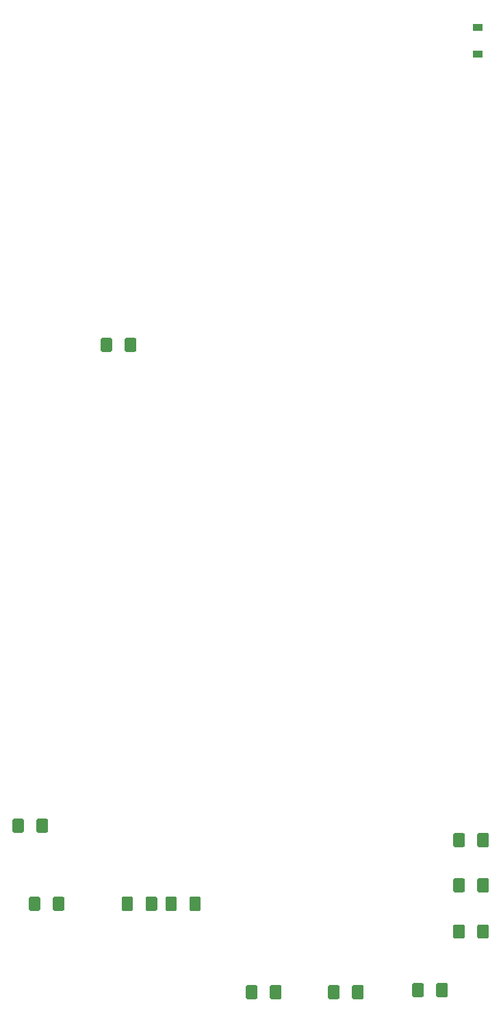
<source format=gbr>
G04 #@! TF.GenerationSoftware,KiCad,Pcbnew,5.1.5+dfsg1-2build2*
G04 #@! TF.CreationDate,2022-01-23T15:03:56-05:00*
G04 #@! TF.ProjectId,8bit_computer,38626974-5f63-46f6-9d70-757465722e6b,rev?*
G04 #@! TF.SameCoordinates,Original*
G04 #@! TF.FileFunction,Paste,Top*
G04 #@! TF.FilePolarity,Positive*
%FSLAX46Y46*%
G04 Gerber Fmt 4.6, Leading zero omitted, Abs format (unit mm)*
G04 Created by KiCad (PCBNEW 5.1.5+dfsg1-2build2) date 2022-01-23 15:03:56*
%MOMM*%
%LPD*%
G04 APERTURE LIST*
%ADD10R,1.200000X0.900000*%
%ADD11C,0.100000*%
G04 APERTURE END LIST*
D10*
X172504100Y-36995100D03*
X172504100Y-33695100D03*
D11*
G36*
X155173004Y-152034204D02*
G01*
X155197273Y-152037804D01*
X155221071Y-152043765D01*
X155244171Y-152052030D01*
X155266349Y-152062520D01*
X155287393Y-152075133D01*
X155307098Y-152089747D01*
X155325277Y-152106223D01*
X155341753Y-152124402D01*
X155356367Y-152144107D01*
X155368980Y-152165151D01*
X155379470Y-152187329D01*
X155387735Y-152210429D01*
X155393696Y-152234227D01*
X155397296Y-152258496D01*
X155398500Y-152283000D01*
X155398500Y-153533000D01*
X155397296Y-153557504D01*
X155393696Y-153581773D01*
X155387735Y-153605571D01*
X155379470Y-153628671D01*
X155368980Y-153650849D01*
X155356367Y-153671893D01*
X155341753Y-153691598D01*
X155325277Y-153709777D01*
X155307098Y-153726253D01*
X155287393Y-153740867D01*
X155266349Y-153753480D01*
X155244171Y-153763970D01*
X155221071Y-153772235D01*
X155197273Y-153778196D01*
X155173004Y-153781796D01*
X155148500Y-153783000D01*
X154223500Y-153783000D01*
X154198996Y-153781796D01*
X154174727Y-153778196D01*
X154150929Y-153772235D01*
X154127829Y-153763970D01*
X154105651Y-153753480D01*
X154084607Y-153740867D01*
X154064902Y-153726253D01*
X154046723Y-153709777D01*
X154030247Y-153691598D01*
X154015633Y-153671893D01*
X154003020Y-153650849D01*
X153992530Y-153628671D01*
X153984265Y-153605571D01*
X153978304Y-153581773D01*
X153974704Y-153557504D01*
X153973500Y-153533000D01*
X153973500Y-152283000D01*
X153974704Y-152258496D01*
X153978304Y-152234227D01*
X153984265Y-152210429D01*
X153992530Y-152187329D01*
X154003020Y-152165151D01*
X154015633Y-152144107D01*
X154030247Y-152124402D01*
X154046723Y-152106223D01*
X154064902Y-152089747D01*
X154084607Y-152075133D01*
X154105651Y-152062520D01*
X154127829Y-152052030D01*
X154150929Y-152043765D01*
X154174727Y-152037804D01*
X154198996Y-152034204D01*
X154223500Y-152033000D01*
X155148500Y-152033000D01*
X155173004Y-152034204D01*
G37*
G36*
X158148004Y-152034204D02*
G01*
X158172273Y-152037804D01*
X158196071Y-152043765D01*
X158219171Y-152052030D01*
X158241349Y-152062520D01*
X158262393Y-152075133D01*
X158282098Y-152089747D01*
X158300277Y-152106223D01*
X158316753Y-152124402D01*
X158331367Y-152144107D01*
X158343980Y-152165151D01*
X158354470Y-152187329D01*
X158362735Y-152210429D01*
X158368696Y-152234227D01*
X158372296Y-152258496D01*
X158373500Y-152283000D01*
X158373500Y-153533000D01*
X158372296Y-153557504D01*
X158368696Y-153581773D01*
X158362735Y-153605571D01*
X158354470Y-153628671D01*
X158343980Y-153650849D01*
X158331367Y-153671893D01*
X158316753Y-153691598D01*
X158300277Y-153709777D01*
X158282098Y-153726253D01*
X158262393Y-153740867D01*
X158241349Y-153753480D01*
X158219171Y-153763970D01*
X158196071Y-153772235D01*
X158172273Y-153778196D01*
X158148004Y-153781796D01*
X158123500Y-153783000D01*
X157198500Y-153783000D01*
X157173996Y-153781796D01*
X157149727Y-153778196D01*
X157125929Y-153772235D01*
X157102829Y-153763970D01*
X157080651Y-153753480D01*
X157059607Y-153740867D01*
X157039902Y-153726253D01*
X157021723Y-153709777D01*
X157005247Y-153691598D01*
X156990633Y-153671893D01*
X156978020Y-153650849D01*
X156967530Y-153628671D01*
X156959265Y-153605571D01*
X156953304Y-153581773D01*
X156949704Y-153557504D01*
X156948500Y-153533000D01*
X156948500Y-152283000D01*
X156949704Y-152258496D01*
X156953304Y-152234227D01*
X156959265Y-152210429D01*
X156967530Y-152187329D01*
X156978020Y-152165151D01*
X156990633Y-152144107D01*
X157005247Y-152124402D01*
X157021723Y-152106223D01*
X157039902Y-152089747D01*
X157059607Y-152075133D01*
X157080651Y-152062520D01*
X157102829Y-152052030D01*
X157125929Y-152043765D01*
X157149727Y-152037804D01*
X157173996Y-152034204D01*
X157198500Y-152033000D01*
X158123500Y-152033000D01*
X158148004Y-152034204D01*
G37*
G36*
X147988004Y-152034204D02*
G01*
X148012273Y-152037804D01*
X148036071Y-152043765D01*
X148059171Y-152052030D01*
X148081349Y-152062520D01*
X148102393Y-152075133D01*
X148122098Y-152089747D01*
X148140277Y-152106223D01*
X148156753Y-152124402D01*
X148171367Y-152144107D01*
X148183980Y-152165151D01*
X148194470Y-152187329D01*
X148202735Y-152210429D01*
X148208696Y-152234227D01*
X148212296Y-152258496D01*
X148213500Y-152283000D01*
X148213500Y-153533000D01*
X148212296Y-153557504D01*
X148208696Y-153581773D01*
X148202735Y-153605571D01*
X148194470Y-153628671D01*
X148183980Y-153650849D01*
X148171367Y-153671893D01*
X148156753Y-153691598D01*
X148140277Y-153709777D01*
X148122098Y-153726253D01*
X148102393Y-153740867D01*
X148081349Y-153753480D01*
X148059171Y-153763970D01*
X148036071Y-153772235D01*
X148012273Y-153778196D01*
X147988004Y-153781796D01*
X147963500Y-153783000D01*
X147038500Y-153783000D01*
X147013996Y-153781796D01*
X146989727Y-153778196D01*
X146965929Y-153772235D01*
X146942829Y-153763970D01*
X146920651Y-153753480D01*
X146899607Y-153740867D01*
X146879902Y-153726253D01*
X146861723Y-153709777D01*
X146845247Y-153691598D01*
X146830633Y-153671893D01*
X146818020Y-153650849D01*
X146807530Y-153628671D01*
X146799265Y-153605571D01*
X146793304Y-153581773D01*
X146789704Y-153557504D01*
X146788500Y-153533000D01*
X146788500Y-152283000D01*
X146789704Y-152258496D01*
X146793304Y-152234227D01*
X146799265Y-152210429D01*
X146807530Y-152187329D01*
X146818020Y-152165151D01*
X146830633Y-152144107D01*
X146845247Y-152124402D01*
X146861723Y-152106223D01*
X146879902Y-152089747D01*
X146899607Y-152075133D01*
X146920651Y-152062520D01*
X146942829Y-152052030D01*
X146965929Y-152043765D01*
X146989727Y-152037804D01*
X147013996Y-152034204D01*
X147038500Y-152033000D01*
X147963500Y-152033000D01*
X147988004Y-152034204D01*
G37*
G36*
X145013004Y-152034204D02*
G01*
X145037273Y-152037804D01*
X145061071Y-152043765D01*
X145084171Y-152052030D01*
X145106349Y-152062520D01*
X145127393Y-152075133D01*
X145147098Y-152089747D01*
X145165277Y-152106223D01*
X145181753Y-152124402D01*
X145196367Y-152144107D01*
X145208980Y-152165151D01*
X145219470Y-152187329D01*
X145227735Y-152210429D01*
X145233696Y-152234227D01*
X145237296Y-152258496D01*
X145238500Y-152283000D01*
X145238500Y-153533000D01*
X145237296Y-153557504D01*
X145233696Y-153581773D01*
X145227735Y-153605571D01*
X145219470Y-153628671D01*
X145208980Y-153650849D01*
X145196367Y-153671893D01*
X145181753Y-153691598D01*
X145165277Y-153709777D01*
X145147098Y-153726253D01*
X145127393Y-153740867D01*
X145106349Y-153753480D01*
X145084171Y-153763970D01*
X145061071Y-153772235D01*
X145037273Y-153778196D01*
X145013004Y-153781796D01*
X144988500Y-153783000D01*
X144063500Y-153783000D01*
X144038996Y-153781796D01*
X144014727Y-153778196D01*
X143990929Y-153772235D01*
X143967829Y-153763970D01*
X143945651Y-153753480D01*
X143924607Y-153740867D01*
X143904902Y-153726253D01*
X143886723Y-153709777D01*
X143870247Y-153691598D01*
X143855633Y-153671893D01*
X143843020Y-153650849D01*
X143832530Y-153628671D01*
X143824265Y-153605571D01*
X143818304Y-153581773D01*
X143814704Y-153557504D01*
X143813500Y-153533000D01*
X143813500Y-152283000D01*
X143814704Y-152258496D01*
X143818304Y-152234227D01*
X143824265Y-152210429D01*
X143832530Y-152187329D01*
X143843020Y-152165151D01*
X143855633Y-152144107D01*
X143870247Y-152124402D01*
X143886723Y-152106223D01*
X143904902Y-152089747D01*
X143924607Y-152075133D01*
X143945651Y-152062520D01*
X143967829Y-152052030D01*
X143990929Y-152043765D01*
X144014727Y-152037804D01*
X144038996Y-152034204D01*
X144063500Y-152033000D01*
X144988500Y-152033000D01*
X145013004Y-152034204D01*
G37*
G36*
X165587004Y-151780204D02*
G01*
X165611273Y-151783804D01*
X165635071Y-151789765D01*
X165658171Y-151798030D01*
X165680349Y-151808520D01*
X165701393Y-151821133D01*
X165721098Y-151835747D01*
X165739277Y-151852223D01*
X165755753Y-151870402D01*
X165770367Y-151890107D01*
X165782980Y-151911151D01*
X165793470Y-151933329D01*
X165801735Y-151956429D01*
X165807696Y-151980227D01*
X165811296Y-152004496D01*
X165812500Y-152029000D01*
X165812500Y-153279000D01*
X165811296Y-153303504D01*
X165807696Y-153327773D01*
X165801735Y-153351571D01*
X165793470Y-153374671D01*
X165782980Y-153396849D01*
X165770367Y-153417893D01*
X165755753Y-153437598D01*
X165739277Y-153455777D01*
X165721098Y-153472253D01*
X165701393Y-153486867D01*
X165680349Y-153499480D01*
X165658171Y-153509970D01*
X165635071Y-153518235D01*
X165611273Y-153524196D01*
X165587004Y-153527796D01*
X165562500Y-153529000D01*
X164637500Y-153529000D01*
X164612996Y-153527796D01*
X164588727Y-153524196D01*
X164564929Y-153518235D01*
X164541829Y-153509970D01*
X164519651Y-153499480D01*
X164498607Y-153486867D01*
X164478902Y-153472253D01*
X164460723Y-153455777D01*
X164444247Y-153437598D01*
X164429633Y-153417893D01*
X164417020Y-153396849D01*
X164406530Y-153374671D01*
X164398265Y-153351571D01*
X164392304Y-153327773D01*
X164388704Y-153303504D01*
X164387500Y-153279000D01*
X164387500Y-152029000D01*
X164388704Y-152004496D01*
X164392304Y-151980227D01*
X164398265Y-151956429D01*
X164406530Y-151933329D01*
X164417020Y-151911151D01*
X164429633Y-151890107D01*
X164444247Y-151870402D01*
X164460723Y-151852223D01*
X164478902Y-151835747D01*
X164498607Y-151821133D01*
X164519651Y-151808520D01*
X164541829Y-151798030D01*
X164564929Y-151789765D01*
X164588727Y-151783804D01*
X164612996Y-151780204D01*
X164637500Y-151779000D01*
X165562500Y-151779000D01*
X165587004Y-151780204D01*
G37*
G36*
X168562004Y-151780204D02*
G01*
X168586273Y-151783804D01*
X168610071Y-151789765D01*
X168633171Y-151798030D01*
X168655349Y-151808520D01*
X168676393Y-151821133D01*
X168696098Y-151835747D01*
X168714277Y-151852223D01*
X168730753Y-151870402D01*
X168745367Y-151890107D01*
X168757980Y-151911151D01*
X168768470Y-151933329D01*
X168776735Y-151956429D01*
X168782696Y-151980227D01*
X168786296Y-152004496D01*
X168787500Y-152029000D01*
X168787500Y-153279000D01*
X168786296Y-153303504D01*
X168782696Y-153327773D01*
X168776735Y-153351571D01*
X168768470Y-153374671D01*
X168757980Y-153396849D01*
X168745367Y-153417893D01*
X168730753Y-153437598D01*
X168714277Y-153455777D01*
X168696098Y-153472253D01*
X168676393Y-153486867D01*
X168655349Y-153499480D01*
X168633171Y-153509970D01*
X168610071Y-153518235D01*
X168586273Y-153524196D01*
X168562004Y-153527796D01*
X168537500Y-153529000D01*
X167612500Y-153529000D01*
X167587996Y-153527796D01*
X167563727Y-153524196D01*
X167539929Y-153518235D01*
X167516829Y-153509970D01*
X167494651Y-153499480D01*
X167473607Y-153486867D01*
X167453902Y-153472253D01*
X167435723Y-153455777D01*
X167419247Y-153437598D01*
X167404633Y-153417893D01*
X167392020Y-153396849D01*
X167381530Y-153374671D01*
X167373265Y-153351571D01*
X167367304Y-153327773D01*
X167363704Y-153303504D01*
X167362500Y-153279000D01*
X167362500Y-152029000D01*
X167363704Y-152004496D01*
X167367304Y-151980227D01*
X167373265Y-151956429D01*
X167381530Y-151933329D01*
X167392020Y-151911151D01*
X167404633Y-151890107D01*
X167419247Y-151870402D01*
X167435723Y-151852223D01*
X167453902Y-151835747D01*
X167473607Y-151821133D01*
X167494651Y-151808520D01*
X167516829Y-151798030D01*
X167539929Y-151789765D01*
X167563727Y-151783804D01*
X167587996Y-151780204D01*
X167612500Y-151779000D01*
X168537500Y-151779000D01*
X168562004Y-151780204D01*
G37*
G36*
X129646004Y-141112204D02*
G01*
X129670273Y-141115804D01*
X129694071Y-141121765D01*
X129717171Y-141130030D01*
X129739349Y-141140520D01*
X129760393Y-141153133D01*
X129780098Y-141167747D01*
X129798277Y-141184223D01*
X129814753Y-141202402D01*
X129829367Y-141222107D01*
X129841980Y-141243151D01*
X129852470Y-141265329D01*
X129860735Y-141288429D01*
X129866696Y-141312227D01*
X129870296Y-141336496D01*
X129871500Y-141361000D01*
X129871500Y-142611000D01*
X129870296Y-142635504D01*
X129866696Y-142659773D01*
X129860735Y-142683571D01*
X129852470Y-142706671D01*
X129841980Y-142728849D01*
X129829367Y-142749893D01*
X129814753Y-142769598D01*
X129798277Y-142787777D01*
X129780098Y-142804253D01*
X129760393Y-142818867D01*
X129739349Y-142831480D01*
X129717171Y-142841970D01*
X129694071Y-142850235D01*
X129670273Y-142856196D01*
X129646004Y-142859796D01*
X129621500Y-142861000D01*
X128696500Y-142861000D01*
X128671996Y-142859796D01*
X128647727Y-142856196D01*
X128623929Y-142850235D01*
X128600829Y-142841970D01*
X128578651Y-142831480D01*
X128557607Y-142818867D01*
X128537902Y-142804253D01*
X128519723Y-142787777D01*
X128503247Y-142769598D01*
X128488633Y-142749893D01*
X128476020Y-142728849D01*
X128465530Y-142706671D01*
X128457265Y-142683571D01*
X128451304Y-142659773D01*
X128447704Y-142635504D01*
X128446500Y-142611000D01*
X128446500Y-141361000D01*
X128447704Y-141336496D01*
X128451304Y-141312227D01*
X128457265Y-141288429D01*
X128465530Y-141265329D01*
X128476020Y-141243151D01*
X128488633Y-141222107D01*
X128503247Y-141202402D01*
X128519723Y-141184223D01*
X128537902Y-141167747D01*
X128557607Y-141153133D01*
X128578651Y-141140520D01*
X128600829Y-141130030D01*
X128623929Y-141121765D01*
X128647727Y-141115804D01*
X128671996Y-141112204D01*
X128696500Y-141111000D01*
X129621500Y-141111000D01*
X129646004Y-141112204D01*
G37*
G36*
X132621004Y-141112204D02*
G01*
X132645273Y-141115804D01*
X132669071Y-141121765D01*
X132692171Y-141130030D01*
X132714349Y-141140520D01*
X132735393Y-141153133D01*
X132755098Y-141167747D01*
X132773277Y-141184223D01*
X132789753Y-141202402D01*
X132804367Y-141222107D01*
X132816980Y-141243151D01*
X132827470Y-141265329D01*
X132835735Y-141288429D01*
X132841696Y-141312227D01*
X132845296Y-141336496D01*
X132846500Y-141361000D01*
X132846500Y-142611000D01*
X132845296Y-142635504D01*
X132841696Y-142659773D01*
X132835735Y-142683571D01*
X132827470Y-142706671D01*
X132816980Y-142728849D01*
X132804367Y-142749893D01*
X132789753Y-142769598D01*
X132773277Y-142787777D01*
X132755098Y-142804253D01*
X132735393Y-142818867D01*
X132714349Y-142831480D01*
X132692171Y-142841970D01*
X132669071Y-142850235D01*
X132645273Y-142856196D01*
X132621004Y-142859796D01*
X132596500Y-142861000D01*
X131671500Y-142861000D01*
X131646996Y-142859796D01*
X131622727Y-142856196D01*
X131598929Y-142850235D01*
X131575829Y-142841970D01*
X131553651Y-142831480D01*
X131532607Y-142818867D01*
X131512902Y-142804253D01*
X131494723Y-142787777D01*
X131478247Y-142769598D01*
X131463633Y-142749893D01*
X131451020Y-142728849D01*
X131440530Y-142706671D01*
X131432265Y-142683571D01*
X131426304Y-142659773D01*
X131422704Y-142635504D01*
X131421500Y-142611000D01*
X131421500Y-141361000D01*
X131422704Y-141336496D01*
X131426304Y-141312227D01*
X131432265Y-141288429D01*
X131440530Y-141265329D01*
X131451020Y-141243151D01*
X131463633Y-141222107D01*
X131478247Y-141202402D01*
X131494723Y-141184223D01*
X131512902Y-141167747D01*
X131532607Y-141153133D01*
X131553651Y-141140520D01*
X131575829Y-141130030D01*
X131598929Y-141121765D01*
X131622727Y-141115804D01*
X131646996Y-141112204D01*
X131671500Y-141111000D01*
X132596500Y-141111000D01*
X132621004Y-141112204D01*
G37*
G36*
X135053004Y-141112204D02*
G01*
X135077273Y-141115804D01*
X135101071Y-141121765D01*
X135124171Y-141130030D01*
X135146349Y-141140520D01*
X135167393Y-141153133D01*
X135187098Y-141167747D01*
X135205277Y-141184223D01*
X135221753Y-141202402D01*
X135236367Y-141222107D01*
X135248980Y-141243151D01*
X135259470Y-141265329D01*
X135267735Y-141288429D01*
X135273696Y-141312227D01*
X135277296Y-141336496D01*
X135278500Y-141361000D01*
X135278500Y-142611000D01*
X135277296Y-142635504D01*
X135273696Y-142659773D01*
X135267735Y-142683571D01*
X135259470Y-142706671D01*
X135248980Y-142728849D01*
X135236367Y-142749893D01*
X135221753Y-142769598D01*
X135205277Y-142787777D01*
X135187098Y-142804253D01*
X135167393Y-142818867D01*
X135146349Y-142831480D01*
X135124171Y-142841970D01*
X135101071Y-142850235D01*
X135077273Y-142856196D01*
X135053004Y-142859796D01*
X135028500Y-142861000D01*
X134103500Y-142861000D01*
X134078996Y-142859796D01*
X134054727Y-142856196D01*
X134030929Y-142850235D01*
X134007829Y-142841970D01*
X133985651Y-142831480D01*
X133964607Y-142818867D01*
X133944902Y-142804253D01*
X133926723Y-142787777D01*
X133910247Y-142769598D01*
X133895633Y-142749893D01*
X133883020Y-142728849D01*
X133872530Y-142706671D01*
X133864265Y-142683571D01*
X133858304Y-142659773D01*
X133854704Y-142635504D01*
X133853500Y-142611000D01*
X133853500Y-141361000D01*
X133854704Y-141336496D01*
X133858304Y-141312227D01*
X133864265Y-141288429D01*
X133872530Y-141265329D01*
X133883020Y-141243151D01*
X133895633Y-141222107D01*
X133910247Y-141202402D01*
X133926723Y-141184223D01*
X133944902Y-141167747D01*
X133964607Y-141153133D01*
X133985651Y-141140520D01*
X134007829Y-141130030D01*
X134030929Y-141121765D01*
X134054727Y-141115804D01*
X134078996Y-141112204D01*
X134103500Y-141111000D01*
X135028500Y-141111000D01*
X135053004Y-141112204D01*
G37*
G36*
X138028004Y-141112204D02*
G01*
X138052273Y-141115804D01*
X138076071Y-141121765D01*
X138099171Y-141130030D01*
X138121349Y-141140520D01*
X138142393Y-141153133D01*
X138162098Y-141167747D01*
X138180277Y-141184223D01*
X138196753Y-141202402D01*
X138211367Y-141222107D01*
X138223980Y-141243151D01*
X138234470Y-141265329D01*
X138242735Y-141288429D01*
X138248696Y-141312227D01*
X138252296Y-141336496D01*
X138253500Y-141361000D01*
X138253500Y-142611000D01*
X138252296Y-142635504D01*
X138248696Y-142659773D01*
X138242735Y-142683571D01*
X138234470Y-142706671D01*
X138223980Y-142728849D01*
X138211367Y-142749893D01*
X138196753Y-142769598D01*
X138180277Y-142787777D01*
X138162098Y-142804253D01*
X138142393Y-142818867D01*
X138121349Y-142831480D01*
X138099171Y-142841970D01*
X138076071Y-142850235D01*
X138052273Y-142856196D01*
X138028004Y-142859796D01*
X138003500Y-142861000D01*
X137078500Y-142861000D01*
X137053996Y-142859796D01*
X137029727Y-142856196D01*
X137005929Y-142850235D01*
X136982829Y-142841970D01*
X136960651Y-142831480D01*
X136939607Y-142818867D01*
X136919902Y-142804253D01*
X136901723Y-142787777D01*
X136885247Y-142769598D01*
X136870633Y-142749893D01*
X136858020Y-142728849D01*
X136847530Y-142706671D01*
X136839265Y-142683571D01*
X136833304Y-142659773D01*
X136829704Y-142635504D01*
X136828500Y-142611000D01*
X136828500Y-141361000D01*
X136829704Y-141336496D01*
X136833304Y-141312227D01*
X136839265Y-141288429D01*
X136847530Y-141265329D01*
X136858020Y-141243151D01*
X136870633Y-141222107D01*
X136885247Y-141202402D01*
X136901723Y-141184223D01*
X136919902Y-141167747D01*
X136939607Y-141153133D01*
X136960651Y-141140520D01*
X136982829Y-141130030D01*
X137005929Y-141121765D01*
X137029727Y-141115804D01*
X137053996Y-141112204D01*
X137078500Y-141111000D01*
X138003500Y-141111000D01*
X138028004Y-141112204D01*
G37*
G36*
X118162004Y-141112204D02*
G01*
X118186273Y-141115804D01*
X118210071Y-141121765D01*
X118233171Y-141130030D01*
X118255349Y-141140520D01*
X118276393Y-141153133D01*
X118296098Y-141167747D01*
X118314277Y-141184223D01*
X118330753Y-141202402D01*
X118345367Y-141222107D01*
X118357980Y-141243151D01*
X118368470Y-141265329D01*
X118376735Y-141288429D01*
X118382696Y-141312227D01*
X118386296Y-141336496D01*
X118387500Y-141361000D01*
X118387500Y-142611000D01*
X118386296Y-142635504D01*
X118382696Y-142659773D01*
X118376735Y-142683571D01*
X118368470Y-142706671D01*
X118357980Y-142728849D01*
X118345367Y-142749893D01*
X118330753Y-142769598D01*
X118314277Y-142787777D01*
X118296098Y-142804253D01*
X118276393Y-142818867D01*
X118255349Y-142831480D01*
X118233171Y-142841970D01*
X118210071Y-142850235D01*
X118186273Y-142856196D01*
X118162004Y-142859796D01*
X118137500Y-142861000D01*
X117212500Y-142861000D01*
X117187996Y-142859796D01*
X117163727Y-142856196D01*
X117139929Y-142850235D01*
X117116829Y-142841970D01*
X117094651Y-142831480D01*
X117073607Y-142818867D01*
X117053902Y-142804253D01*
X117035723Y-142787777D01*
X117019247Y-142769598D01*
X117004633Y-142749893D01*
X116992020Y-142728849D01*
X116981530Y-142706671D01*
X116973265Y-142683571D01*
X116967304Y-142659773D01*
X116963704Y-142635504D01*
X116962500Y-142611000D01*
X116962500Y-141361000D01*
X116963704Y-141336496D01*
X116967304Y-141312227D01*
X116973265Y-141288429D01*
X116981530Y-141265329D01*
X116992020Y-141243151D01*
X117004633Y-141222107D01*
X117019247Y-141202402D01*
X117035723Y-141184223D01*
X117053902Y-141167747D01*
X117073607Y-141153133D01*
X117094651Y-141140520D01*
X117116829Y-141130030D01*
X117139929Y-141121765D01*
X117163727Y-141115804D01*
X117187996Y-141112204D01*
X117212500Y-141111000D01*
X118137500Y-141111000D01*
X118162004Y-141112204D01*
G37*
G36*
X121137004Y-141112204D02*
G01*
X121161273Y-141115804D01*
X121185071Y-141121765D01*
X121208171Y-141130030D01*
X121230349Y-141140520D01*
X121251393Y-141153133D01*
X121271098Y-141167747D01*
X121289277Y-141184223D01*
X121305753Y-141202402D01*
X121320367Y-141222107D01*
X121332980Y-141243151D01*
X121343470Y-141265329D01*
X121351735Y-141288429D01*
X121357696Y-141312227D01*
X121361296Y-141336496D01*
X121362500Y-141361000D01*
X121362500Y-142611000D01*
X121361296Y-142635504D01*
X121357696Y-142659773D01*
X121351735Y-142683571D01*
X121343470Y-142706671D01*
X121332980Y-142728849D01*
X121320367Y-142749893D01*
X121305753Y-142769598D01*
X121289277Y-142787777D01*
X121271098Y-142804253D01*
X121251393Y-142818867D01*
X121230349Y-142831480D01*
X121208171Y-142841970D01*
X121185071Y-142850235D01*
X121161273Y-142856196D01*
X121137004Y-142859796D01*
X121112500Y-142861000D01*
X120187500Y-142861000D01*
X120162996Y-142859796D01*
X120138727Y-142856196D01*
X120114929Y-142850235D01*
X120091829Y-142841970D01*
X120069651Y-142831480D01*
X120048607Y-142818867D01*
X120028902Y-142804253D01*
X120010723Y-142787777D01*
X119994247Y-142769598D01*
X119979633Y-142749893D01*
X119967020Y-142728849D01*
X119956530Y-142706671D01*
X119948265Y-142683571D01*
X119942304Y-142659773D01*
X119938704Y-142635504D01*
X119937500Y-142611000D01*
X119937500Y-141361000D01*
X119938704Y-141336496D01*
X119942304Y-141312227D01*
X119948265Y-141288429D01*
X119956530Y-141265329D01*
X119967020Y-141243151D01*
X119979633Y-141222107D01*
X119994247Y-141202402D01*
X120010723Y-141184223D01*
X120028902Y-141167747D01*
X120048607Y-141153133D01*
X120069651Y-141140520D01*
X120091829Y-141130030D01*
X120114929Y-141121765D01*
X120138727Y-141115804D01*
X120162996Y-141112204D01*
X120187500Y-141111000D01*
X121112500Y-141111000D01*
X121137004Y-141112204D01*
G37*
G36*
X130027004Y-72024204D02*
G01*
X130051273Y-72027804D01*
X130075071Y-72033765D01*
X130098171Y-72042030D01*
X130120349Y-72052520D01*
X130141393Y-72065133D01*
X130161098Y-72079747D01*
X130179277Y-72096223D01*
X130195753Y-72114402D01*
X130210367Y-72134107D01*
X130222980Y-72155151D01*
X130233470Y-72177329D01*
X130241735Y-72200429D01*
X130247696Y-72224227D01*
X130251296Y-72248496D01*
X130252500Y-72273000D01*
X130252500Y-73523000D01*
X130251296Y-73547504D01*
X130247696Y-73571773D01*
X130241735Y-73595571D01*
X130233470Y-73618671D01*
X130222980Y-73640849D01*
X130210367Y-73661893D01*
X130195753Y-73681598D01*
X130179277Y-73699777D01*
X130161098Y-73716253D01*
X130141393Y-73730867D01*
X130120349Y-73743480D01*
X130098171Y-73753970D01*
X130075071Y-73762235D01*
X130051273Y-73768196D01*
X130027004Y-73771796D01*
X130002500Y-73773000D01*
X129077500Y-73773000D01*
X129052996Y-73771796D01*
X129028727Y-73768196D01*
X129004929Y-73762235D01*
X128981829Y-73753970D01*
X128959651Y-73743480D01*
X128938607Y-73730867D01*
X128918902Y-73716253D01*
X128900723Y-73699777D01*
X128884247Y-73681598D01*
X128869633Y-73661893D01*
X128857020Y-73640849D01*
X128846530Y-73618671D01*
X128838265Y-73595571D01*
X128832304Y-73571773D01*
X128828704Y-73547504D01*
X128827500Y-73523000D01*
X128827500Y-72273000D01*
X128828704Y-72248496D01*
X128832304Y-72224227D01*
X128838265Y-72200429D01*
X128846530Y-72177329D01*
X128857020Y-72155151D01*
X128869633Y-72134107D01*
X128884247Y-72114402D01*
X128900723Y-72096223D01*
X128918902Y-72079747D01*
X128938607Y-72065133D01*
X128959651Y-72052520D01*
X128981829Y-72042030D01*
X129004929Y-72033765D01*
X129028727Y-72027804D01*
X129052996Y-72024204D01*
X129077500Y-72023000D01*
X130002500Y-72023000D01*
X130027004Y-72024204D01*
G37*
G36*
X127052004Y-72024204D02*
G01*
X127076273Y-72027804D01*
X127100071Y-72033765D01*
X127123171Y-72042030D01*
X127145349Y-72052520D01*
X127166393Y-72065133D01*
X127186098Y-72079747D01*
X127204277Y-72096223D01*
X127220753Y-72114402D01*
X127235367Y-72134107D01*
X127247980Y-72155151D01*
X127258470Y-72177329D01*
X127266735Y-72200429D01*
X127272696Y-72224227D01*
X127276296Y-72248496D01*
X127277500Y-72273000D01*
X127277500Y-73523000D01*
X127276296Y-73547504D01*
X127272696Y-73571773D01*
X127266735Y-73595571D01*
X127258470Y-73618671D01*
X127247980Y-73640849D01*
X127235367Y-73661893D01*
X127220753Y-73681598D01*
X127204277Y-73699777D01*
X127186098Y-73716253D01*
X127166393Y-73730867D01*
X127145349Y-73743480D01*
X127123171Y-73753970D01*
X127100071Y-73762235D01*
X127076273Y-73768196D01*
X127052004Y-73771796D01*
X127027500Y-73773000D01*
X126102500Y-73773000D01*
X126077996Y-73771796D01*
X126053727Y-73768196D01*
X126029929Y-73762235D01*
X126006829Y-73753970D01*
X125984651Y-73743480D01*
X125963607Y-73730867D01*
X125943902Y-73716253D01*
X125925723Y-73699777D01*
X125909247Y-73681598D01*
X125894633Y-73661893D01*
X125882020Y-73640849D01*
X125871530Y-73618671D01*
X125863265Y-73595571D01*
X125857304Y-73571773D01*
X125853704Y-73547504D01*
X125852500Y-73523000D01*
X125852500Y-72273000D01*
X125853704Y-72248496D01*
X125857304Y-72224227D01*
X125863265Y-72200429D01*
X125871530Y-72177329D01*
X125882020Y-72155151D01*
X125894633Y-72134107D01*
X125909247Y-72114402D01*
X125925723Y-72096223D01*
X125943902Y-72079747D01*
X125963607Y-72065133D01*
X125984651Y-72052520D01*
X126006829Y-72042030D01*
X126029929Y-72033765D01*
X126053727Y-72027804D01*
X126077996Y-72024204D01*
X126102500Y-72023000D01*
X127027500Y-72023000D01*
X127052004Y-72024204D01*
G37*
G36*
X119105004Y-131460204D02*
G01*
X119129273Y-131463804D01*
X119153071Y-131469765D01*
X119176171Y-131478030D01*
X119198349Y-131488520D01*
X119219393Y-131501133D01*
X119239098Y-131515747D01*
X119257277Y-131532223D01*
X119273753Y-131550402D01*
X119288367Y-131570107D01*
X119300980Y-131591151D01*
X119311470Y-131613329D01*
X119319735Y-131636429D01*
X119325696Y-131660227D01*
X119329296Y-131684496D01*
X119330500Y-131709000D01*
X119330500Y-132959000D01*
X119329296Y-132983504D01*
X119325696Y-133007773D01*
X119319735Y-133031571D01*
X119311470Y-133054671D01*
X119300980Y-133076849D01*
X119288367Y-133097893D01*
X119273753Y-133117598D01*
X119257277Y-133135777D01*
X119239098Y-133152253D01*
X119219393Y-133166867D01*
X119198349Y-133179480D01*
X119176171Y-133189970D01*
X119153071Y-133198235D01*
X119129273Y-133204196D01*
X119105004Y-133207796D01*
X119080500Y-133209000D01*
X118155500Y-133209000D01*
X118130996Y-133207796D01*
X118106727Y-133204196D01*
X118082929Y-133198235D01*
X118059829Y-133189970D01*
X118037651Y-133179480D01*
X118016607Y-133166867D01*
X117996902Y-133152253D01*
X117978723Y-133135777D01*
X117962247Y-133117598D01*
X117947633Y-133097893D01*
X117935020Y-133076849D01*
X117924530Y-133054671D01*
X117916265Y-133031571D01*
X117910304Y-133007773D01*
X117906704Y-132983504D01*
X117905500Y-132959000D01*
X117905500Y-131709000D01*
X117906704Y-131684496D01*
X117910304Y-131660227D01*
X117916265Y-131636429D01*
X117924530Y-131613329D01*
X117935020Y-131591151D01*
X117947633Y-131570107D01*
X117962247Y-131550402D01*
X117978723Y-131532223D01*
X117996902Y-131515747D01*
X118016607Y-131501133D01*
X118037651Y-131488520D01*
X118059829Y-131478030D01*
X118082929Y-131469765D01*
X118106727Y-131463804D01*
X118130996Y-131460204D01*
X118155500Y-131459000D01*
X119080500Y-131459000D01*
X119105004Y-131460204D01*
G37*
G36*
X116130004Y-131460204D02*
G01*
X116154273Y-131463804D01*
X116178071Y-131469765D01*
X116201171Y-131478030D01*
X116223349Y-131488520D01*
X116244393Y-131501133D01*
X116264098Y-131515747D01*
X116282277Y-131532223D01*
X116298753Y-131550402D01*
X116313367Y-131570107D01*
X116325980Y-131591151D01*
X116336470Y-131613329D01*
X116344735Y-131636429D01*
X116350696Y-131660227D01*
X116354296Y-131684496D01*
X116355500Y-131709000D01*
X116355500Y-132959000D01*
X116354296Y-132983504D01*
X116350696Y-133007773D01*
X116344735Y-133031571D01*
X116336470Y-133054671D01*
X116325980Y-133076849D01*
X116313367Y-133097893D01*
X116298753Y-133117598D01*
X116282277Y-133135777D01*
X116264098Y-133152253D01*
X116244393Y-133166867D01*
X116223349Y-133179480D01*
X116201171Y-133189970D01*
X116178071Y-133198235D01*
X116154273Y-133204196D01*
X116130004Y-133207796D01*
X116105500Y-133209000D01*
X115180500Y-133209000D01*
X115155996Y-133207796D01*
X115131727Y-133204196D01*
X115107929Y-133198235D01*
X115084829Y-133189970D01*
X115062651Y-133179480D01*
X115041607Y-133166867D01*
X115021902Y-133152253D01*
X115003723Y-133135777D01*
X114987247Y-133117598D01*
X114972633Y-133097893D01*
X114960020Y-133076849D01*
X114949530Y-133054671D01*
X114941265Y-133031571D01*
X114935304Y-133007773D01*
X114931704Y-132983504D01*
X114930500Y-132959000D01*
X114930500Y-131709000D01*
X114931704Y-131684496D01*
X114935304Y-131660227D01*
X114941265Y-131636429D01*
X114949530Y-131613329D01*
X114960020Y-131591151D01*
X114972633Y-131570107D01*
X114987247Y-131550402D01*
X115003723Y-131532223D01*
X115021902Y-131515747D01*
X115041607Y-131501133D01*
X115062651Y-131488520D01*
X115084829Y-131478030D01*
X115107929Y-131469765D01*
X115131727Y-131463804D01*
X115155996Y-131460204D01*
X115180500Y-131459000D01*
X116105500Y-131459000D01*
X116130004Y-131460204D01*
G37*
G36*
X170667004Y-133239205D02*
G01*
X170691273Y-133242805D01*
X170715071Y-133248766D01*
X170738171Y-133257031D01*
X170760349Y-133267521D01*
X170781393Y-133280134D01*
X170801098Y-133294748D01*
X170819277Y-133311224D01*
X170835753Y-133329403D01*
X170850367Y-133349108D01*
X170862980Y-133370152D01*
X170873470Y-133392330D01*
X170881735Y-133415430D01*
X170887696Y-133439228D01*
X170891296Y-133463497D01*
X170892500Y-133488001D01*
X170892500Y-134738001D01*
X170891296Y-134762505D01*
X170887696Y-134786774D01*
X170881735Y-134810572D01*
X170873470Y-134833672D01*
X170862980Y-134855850D01*
X170850367Y-134876894D01*
X170835753Y-134896599D01*
X170819277Y-134914778D01*
X170801098Y-134931254D01*
X170781393Y-134945868D01*
X170760349Y-134958481D01*
X170738171Y-134968971D01*
X170715071Y-134977236D01*
X170691273Y-134983197D01*
X170667004Y-134986797D01*
X170642500Y-134988001D01*
X169717500Y-134988001D01*
X169692996Y-134986797D01*
X169668727Y-134983197D01*
X169644929Y-134977236D01*
X169621829Y-134968971D01*
X169599651Y-134958481D01*
X169578607Y-134945868D01*
X169558902Y-134931254D01*
X169540723Y-134914778D01*
X169524247Y-134896599D01*
X169509633Y-134876894D01*
X169497020Y-134855850D01*
X169486530Y-134833672D01*
X169478265Y-134810572D01*
X169472304Y-134786774D01*
X169468704Y-134762505D01*
X169467500Y-134738001D01*
X169467500Y-133488001D01*
X169468704Y-133463497D01*
X169472304Y-133439228D01*
X169478265Y-133415430D01*
X169486530Y-133392330D01*
X169497020Y-133370152D01*
X169509633Y-133349108D01*
X169524247Y-133329403D01*
X169540723Y-133311224D01*
X169558902Y-133294748D01*
X169578607Y-133280134D01*
X169599651Y-133267521D01*
X169621829Y-133257031D01*
X169644929Y-133248766D01*
X169668727Y-133242805D01*
X169692996Y-133239205D01*
X169717500Y-133238001D01*
X170642500Y-133238001D01*
X170667004Y-133239205D01*
G37*
G36*
X173642004Y-133239205D02*
G01*
X173666273Y-133242805D01*
X173690071Y-133248766D01*
X173713171Y-133257031D01*
X173735349Y-133267521D01*
X173756393Y-133280134D01*
X173776098Y-133294748D01*
X173794277Y-133311224D01*
X173810753Y-133329403D01*
X173825367Y-133349108D01*
X173837980Y-133370152D01*
X173848470Y-133392330D01*
X173856735Y-133415430D01*
X173862696Y-133439228D01*
X173866296Y-133463497D01*
X173867500Y-133488001D01*
X173867500Y-134738001D01*
X173866296Y-134762505D01*
X173862696Y-134786774D01*
X173856735Y-134810572D01*
X173848470Y-134833672D01*
X173837980Y-134855850D01*
X173825367Y-134876894D01*
X173810753Y-134896599D01*
X173794277Y-134914778D01*
X173776098Y-134931254D01*
X173756393Y-134945868D01*
X173735349Y-134958481D01*
X173713171Y-134968971D01*
X173690071Y-134977236D01*
X173666273Y-134983197D01*
X173642004Y-134986797D01*
X173617500Y-134988001D01*
X172692500Y-134988001D01*
X172667996Y-134986797D01*
X172643727Y-134983197D01*
X172619929Y-134977236D01*
X172596829Y-134968971D01*
X172574651Y-134958481D01*
X172553607Y-134945868D01*
X172533902Y-134931254D01*
X172515723Y-134914778D01*
X172499247Y-134896599D01*
X172484633Y-134876894D01*
X172472020Y-134855850D01*
X172461530Y-134833672D01*
X172453265Y-134810572D01*
X172447304Y-134786774D01*
X172443704Y-134762505D01*
X172442500Y-134738001D01*
X172442500Y-133488001D01*
X172443704Y-133463497D01*
X172447304Y-133439228D01*
X172453265Y-133415430D01*
X172461530Y-133392330D01*
X172472020Y-133370152D01*
X172484633Y-133349108D01*
X172499247Y-133329403D01*
X172515723Y-133311224D01*
X172533902Y-133294748D01*
X172553607Y-133280134D01*
X172574651Y-133267521D01*
X172596829Y-133257031D01*
X172619929Y-133248766D01*
X172643727Y-133242805D01*
X172667996Y-133239205D01*
X172692500Y-133238001D01*
X173617500Y-133238001D01*
X173642004Y-133239205D01*
G37*
G36*
X173642004Y-138826204D02*
G01*
X173666273Y-138829804D01*
X173690071Y-138835765D01*
X173713171Y-138844030D01*
X173735349Y-138854520D01*
X173756393Y-138867133D01*
X173776098Y-138881747D01*
X173794277Y-138898223D01*
X173810753Y-138916402D01*
X173825367Y-138936107D01*
X173837980Y-138957151D01*
X173848470Y-138979329D01*
X173856735Y-139002429D01*
X173862696Y-139026227D01*
X173866296Y-139050496D01*
X173867500Y-139075000D01*
X173867500Y-140325000D01*
X173866296Y-140349504D01*
X173862696Y-140373773D01*
X173856735Y-140397571D01*
X173848470Y-140420671D01*
X173837980Y-140442849D01*
X173825367Y-140463893D01*
X173810753Y-140483598D01*
X173794277Y-140501777D01*
X173776098Y-140518253D01*
X173756393Y-140532867D01*
X173735349Y-140545480D01*
X173713171Y-140555970D01*
X173690071Y-140564235D01*
X173666273Y-140570196D01*
X173642004Y-140573796D01*
X173617500Y-140575000D01*
X172692500Y-140575000D01*
X172667996Y-140573796D01*
X172643727Y-140570196D01*
X172619929Y-140564235D01*
X172596829Y-140555970D01*
X172574651Y-140545480D01*
X172553607Y-140532867D01*
X172533902Y-140518253D01*
X172515723Y-140501777D01*
X172499247Y-140483598D01*
X172484633Y-140463893D01*
X172472020Y-140442849D01*
X172461530Y-140420671D01*
X172453265Y-140397571D01*
X172447304Y-140373773D01*
X172443704Y-140349504D01*
X172442500Y-140325000D01*
X172442500Y-139075000D01*
X172443704Y-139050496D01*
X172447304Y-139026227D01*
X172453265Y-139002429D01*
X172461530Y-138979329D01*
X172472020Y-138957151D01*
X172484633Y-138936107D01*
X172499247Y-138916402D01*
X172515723Y-138898223D01*
X172533902Y-138881747D01*
X172553607Y-138867133D01*
X172574651Y-138854520D01*
X172596829Y-138844030D01*
X172619929Y-138835765D01*
X172643727Y-138829804D01*
X172667996Y-138826204D01*
X172692500Y-138825000D01*
X173617500Y-138825000D01*
X173642004Y-138826204D01*
G37*
G36*
X170667004Y-138826204D02*
G01*
X170691273Y-138829804D01*
X170715071Y-138835765D01*
X170738171Y-138844030D01*
X170760349Y-138854520D01*
X170781393Y-138867133D01*
X170801098Y-138881747D01*
X170819277Y-138898223D01*
X170835753Y-138916402D01*
X170850367Y-138936107D01*
X170862980Y-138957151D01*
X170873470Y-138979329D01*
X170881735Y-139002429D01*
X170887696Y-139026227D01*
X170891296Y-139050496D01*
X170892500Y-139075000D01*
X170892500Y-140325000D01*
X170891296Y-140349504D01*
X170887696Y-140373773D01*
X170881735Y-140397571D01*
X170873470Y-140420671D01*
X170862980Y-140442849D01*
X170850367Y-140463893D01*
X170835753Y-140483598D01*
X170819277Y-140501777D01*
X170801098Y-140518253D01*
X170781393Y-140532867D01*
X170760349Y-140545480D01*
X170738171Y-140555970D01*
X170715071Y-140564235D01*
X170691273Y-140570196D01*
X170667004Y-140573796D01*
X170642500Y-140575000D01*
X169717500Y-140575000D01*
X169692996Y-140573796D01*
X169668727Y-140570196D01*
X169644929Y-140564235D01*
X169621829Y-140555970D01*
X169599651Y-140545480D01*
X169578607Y-140532867D01*
X169558902Y-140518253D01*
X169540723Y-140501777D01*
X169524247Y-140483598D01*
X169509633Y-140463893D01*
X169497020Y-140442849D01*
X169486530Y-140420671D01*
X169478265Y-140397571D01*
X169472304Y-140373773D01*
X169468704Y-140349504D01*
X169467500Y-140325000D01*
X169467500Y-139075000D01*
X169468704Y-139050496D01*
X169472304Y-139026227D01*
X169478265Y-139002429D01*
X169486530Y-138979329D01*
X169497020Y-138957151D01*
X169509633Y-138936107D01*
X169524247Y-138916402D01*
X169540723Y-138898223D01*
X169558902Y-138881747D01*
X169578607Y-138867133D01*
X169599651Y-138854520D01*
X169621829Y-138844030D01*
X169644929Y-138835765D01*
X169668727Y-138829804D01*
X169692996Y-138826204D01*
X169717500Y-138825000D01*
X170642500Y-138825000D01*
X170667004Y-138826204D01*
G37*
G36*
X170667004Y-144541204D02*
G01*
X170691273Y-144544804D01*
X170715071Y-144550765D01*
X170738171Y-144559030D01*
X170760349Y-144569520D01*
X170781393Y-144582133D01*
X170801098Y-144596747D01*
X170819277Y-144613223D01*
X170835753Y-144631402D01*
X170850367Y-144651107D01*
X170862980Y-144672151D01*
X170873470Y-144694329D01*
X170881735Y-144717429D01*
X170887696Y-144741227D01*
X170891296Y-144765496D01*
X170892500Y-144790000D01*
X170892500Y-146040000D01*
X170891296Y-146064504D01*
X170887696Y-146088773D01*
X170881735Y-146112571D01*
X170873470Y-146135671D01*
X170862980Y-146157849D01*
X170850367Y-146178893D01*
X170835753Y-146198598D01*
X170819277Y-146216777D01*
X170801098Y-146233253D01*
X170781393Y-146247867D01*
X170760349Y-146260480D01*
X170738171Y-146270970D01*
X170715071Y-146279235D01*
X170691273Y-146285196D01*
X170667004Y-146288796D01*
X170642500Y-146290000D01*
X169717500Y-146290000D01*
X169692996Y-146288796D01*
X169668727Y-146285196D01*
X169644929Y-146279235D01*
X169621829Y-146270970D01*
X169599651Y-146260480D01*
X169578607Y-146247867D01*
X169558902Y-146233253D01*
X169540723Y-146216777D01*
X169524247Y-146198598D01*
X169509633Y-146178893D01*
X169497020Y-146157849D01*
X169486530Y-146135671D01*
X169478265Y-146112571D01*
X169472304Y-146088773D01*
X169468704Y-146064504D01*
X169467500Y-146040000D01*
X169467500Y-144790000D01*
X169468704Y-144765496D01*
X169472304Y-144741227D01*
X169478265Y-144717429D01*
X169486530Y-144694329D01*
X169497020Y-144672151D01*
X169509633Y-144651107D01*
X169524247Y-144631402D01*
X169540723Y-144613223D01*
X169558902Y-144596747D01*
X169578607Y-144582133D01*
X169599651Y-144569520D01*
X169621829Y-144559030D01*
X169644929Y-144550765D01*
X169668727Y-144544804D01*
X169692996Y-144541204D01*
X169717500Y-144540000D01*
X170642500Y-144540000D01*
X170667004Y-144541204D01*
G37*
G36*
X173642004Y-144541204D02*
G01*
X173666273Y-144544804D01*
X173690071Y-144550765D01*
X173713171Y-144559030D01*
X173735349Y-144569520D01*
X173756393Y-144582133D01*
X173776098Y-144596747D01*
X173794277Y-144613223D01*
X173810753Y-144631402D01*
X173825367Y-144651107D01*
X173837980Y-144672151D01*
X173848470Y-144694329D01*
X173856735Y-144717429D01*
X173862696Y-144741227D01*
X173866296Y-144765496D01*
X173867500Y-144790000D01*
X173867500Y-146040000D01*
X173866296Y-146064504D01*
X173862696Y-146088773D01*
X173856735Y-146112571D01*
X173848470Y-146135671D01*
X173837980Y-146157849D01*
X173825367Y-146178893D01*
X173810753Y-146198598D01*
X173794277Y-146216777D01*
X173776098Y-146233253D01*
X173756393Y-146247867D01*
X173735349Y-146260480D01*
X173713171Y-146270970D01*
X173690071Y-146279235D01*
X173666273Y-146285196D01*
X173642004Y-146288796D01*
X173617500Y-146290000D01*
X172692500Y-146290000D01*
X172667996Y-146288796D01*
X172643727Y-146285196D01*
X172619929Y-146279235D01*
X172596829Y-146270970D01*
X172574651Y-146260480D01*
X172553607Y-146247867D01*
X172533902Y-146233253D01*
X172515723Y-146216777D01*
X172499247Y-146198598D01*
X172484633Y-146178893D01*
X172472020Y-146157849D01*
X172461530Y-146135671D01*
X172453265Y-146112571D01*
X172447304Y-146088773D01*
X172443704Y-146064504D01*
X172442500Y-146040000D01*
X172442500Y-144790000D01*
X172443704Y-144765496D01*
X172447304Y-144741227D01*
X172453265Y-144717429D01*
X172461530Y-144694329D01*
X172472020Y-144672151D01*
X172484633Y-144651107D01*
X172499247Y-144631402D01*
X172515723Y-144613223D01*
X172533902Y-144596747D01*
X172553607Y-144582133D01*
X172574651Y-144569520D01*
X172596829Y-144559030D01*
X172619929Y-144550765D01*
X172643727Y-144544804D01*
X172667996Y-144541204D01*
X172692500Y-144540000D01*
X173617500Y-144540000D01*
X173642004Y-144541204D01*
G37*
M02*

</source>
